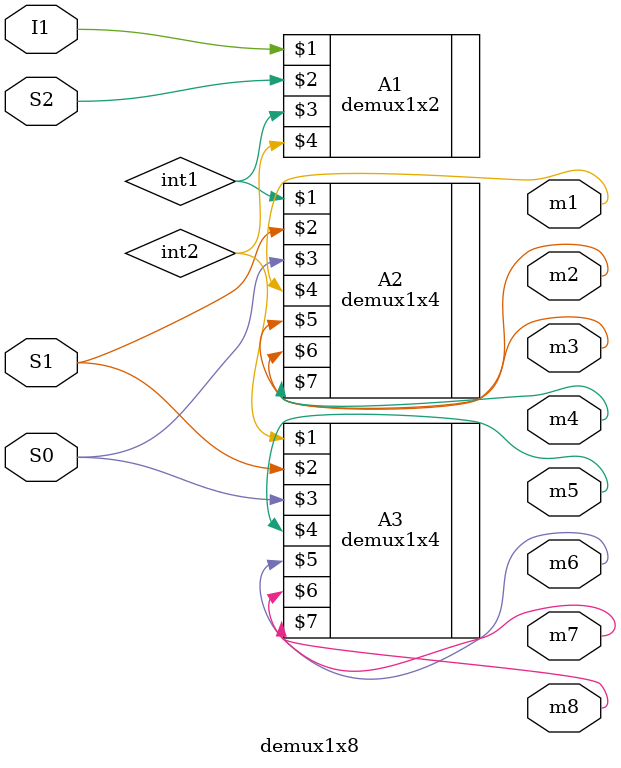
<source format=v>
`timescale 1ns / 1ps
module demux1x8(
    input I1,
    input S2,
    input S1,
    input S0,
    output m1,
    output m2,
    output m3,
    output m4,
    output m5,
    output m6,
    output m7,
    output m8
    );
	 
	 demux1x2 A1(I1, S2, int1, int2);
	 demux1x4 A2(int1, S1, S0, m1, m2, m3, m4);
	 demux1x4 A3(int2, S1, S0, m5, m6, m7, m8);


endmodule

</source>
